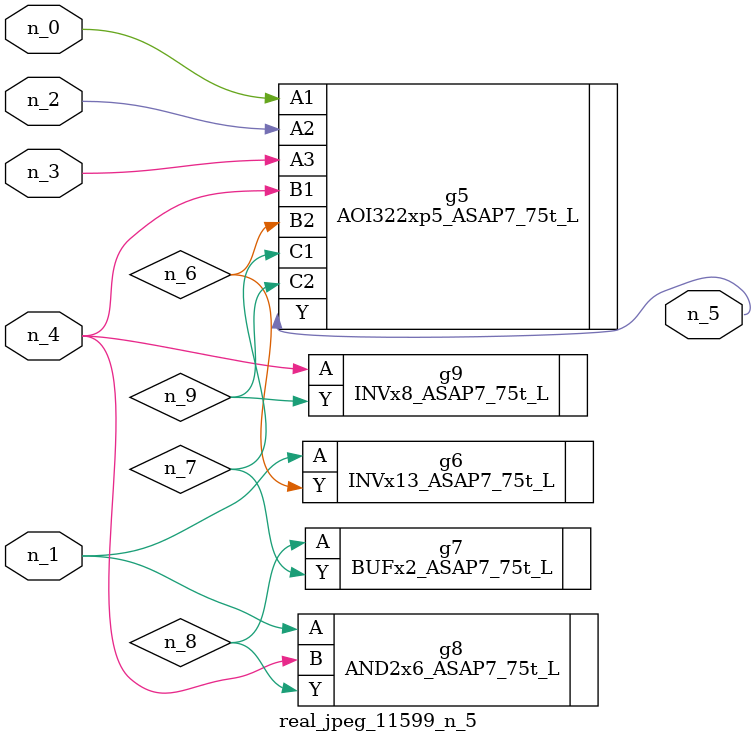
<source format=v>
module real_jpeg_11599_n_5 (n_4, n_0, n_1, n_2, n_3, n_5);

input n_4;
input n_0;
input n_1;
input n_2;
input n_3;

output n_5;

wire n_8;
wire n_6;
wire n_7;
wire n_9;

AOI322xp5_ASAP7_75t_L g5 ( 
.A1(n_0),
.A2(n_2),
.A3(n_3),
.B1(n_4),
.B2(n_6),
.C1(n_7),
.C2(n_9),
.Y(n_5)
);

INVx13_ASAP7_75t_L g6 ( 
.A(n_1),
.Y(n_6)
);

AND2x6_ASAP7_75t_L g8 ( 
.A(n_1),
.B(n_4),
.Y(n_8)
);

INVx8_ASAP7_75t_L g9 ( 
.A(n_4),
.Y(n_9)
);

BUFx2_ASAP7_75t_L g7 ( 
.A(n_8),
.Y(n_7)
);


endmodule
</source>
